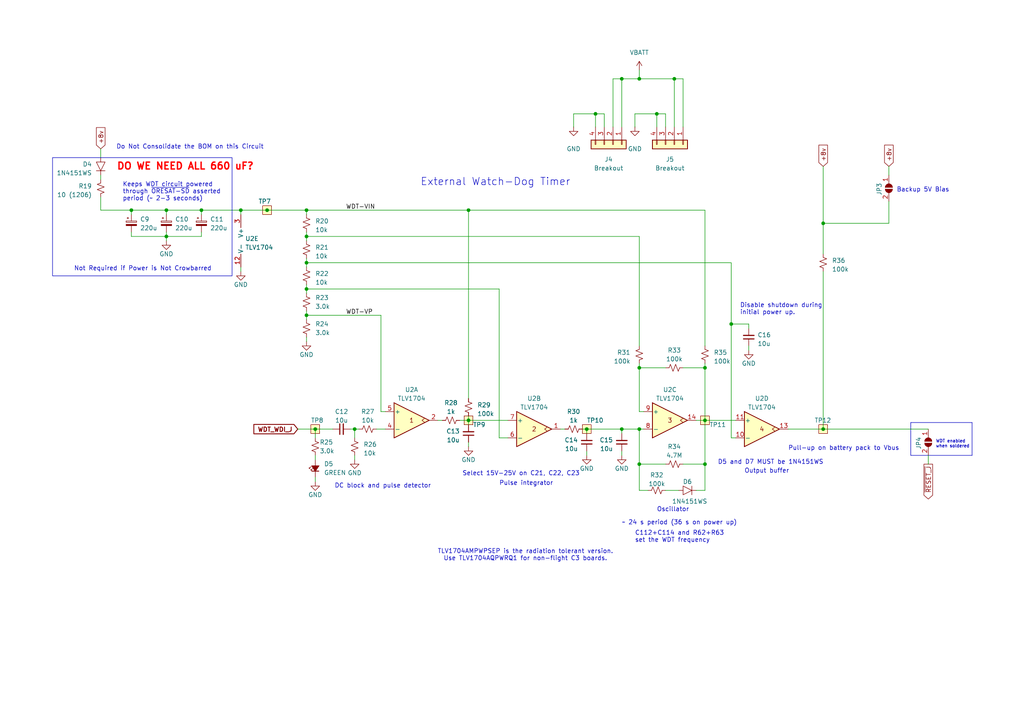
<source format=kicad_sch>
(kicad_sch (version 20231120) (generator "eeschema") (generator_version "8.0")
  (paper "A4")
  (title_block (title "J_watchdog"))
  (junction (at 135.89 60.96))
  (junction (at 172.72 33.02))
  (junction (at 69.85 60.96))
  (junction (at 185.42 106.68))
  (junction (at 102.87 124.46))
  (junction (at 88.9 83.82))
  (junction (at 190.5 33.02))
  (junction (at 88.9 60.96))
  (junction (at 48.26 60.96))
  (junction (at 88.9 76.2))
  (junction (at 185.42 124.46))
  (junction (at 77.47 60.96))
  (junction (at 58.42 60.96))
  (junction (at 135.89 121.92))
  (junction (at 212.09 93.98))
  (junction (at 180.34 22.86))
  (junction (at 238.76 124.46))
  (junction (at 204.47 106.68))
  (junction (at 195.58 22.86))
  (junction (at 88.9 91.44))
  (junction (at 88.9 68.58))
  (junction (at 180.34 124.46))
  (junction (at 38.1 60.96))
  (junction (at 204.47 134.62))
  (junction (at 204.47 121.92))
  (junction (at 170.18 124.46))
  (junction (at 91.44 124.46))
  (junction (at 185.42 22.86))
  (junction (at 238.76 64.77))
  (junction (at 185.42 134.62))
  (junction (at 48.26 68.58))
  (wire (pts (xy 127 121.92) (xy 128.27 121.92)))
  (wire (pts (xy 166.37 33.02) (xy 166.37 36.83)))
  (wire (pts (xy 184.15 33.02) (xy 184.15 36.83)))
  (polyline (pts (xy 264.16 132.08) (xy 264.16 122.555)))
  (wire (pts (xy 204.47 100.33) (xy 204.47 60.96)))
  (wire (pts (xy 48.26 60.96) (xy 48.26 62.23)))
  (wire (pts (xy 58.42 62.23) (xy 58.42 60.96)))
  (wire (pts (xy 269.24 132.08) (xy 269.24 134.62)))
  (wire (pts (xy 193.04 142.24) (xy 196.85 142.24)))
  (wire (pts (xy 88.9 76.2) (xy 212.09 76.2)))
  (polyline (pts (xy 264.16 122.555) (xy 281.94 122.555)))
  (wire (pts (xy 88.9 97.79) (xy 88.9 99.06)))
  (wire (pts (xy 38.1 60.96) (xy 48.26 60.96)))
  (wire (pts (xy 238.76 64.77) (xy 238.76 73.66)))
  (wire (pts (xy 198.12 134.62) (xy 204.47 134.62)))
  (wire (pts (xy 48.26 68.58) (xy 48.26 69.85)))
  (wire (pts (xy 204.47 134.62) (xy 204.47 121.92)))
  (wire (pts (xy 190.5 36.83) (xy 190.5 33.02)))
  (wire (pts (xy 180.34 124.46) (xy 185.42 124.46)))
  (wire (pts (xy 257.81 58.42) (xy 257.81 64.77)))
  (wire (pts (xy 238.76 124.46) (xy 269.24 124.46)))
  (wire (pts (xy 180.34 125.73) (xy 180.34 124.46)))
  (wire (pts (xy 109.22 124.46) (xy 111.76 124.46)))
  (wire (pts (xy 172.72 33.02) (xy 175.26 33.02)))
  (wire (pts (xy 201.93 142.24) (xy 204.47 142.24)))
  (wire (pts (xy 29.21 60.96) (xy 38.1 60.96)))
  (wire (pts (xy 186.69 119.38) (xy 185.42 119.38)))
  (wire (pts (xy 29.21 50.8) (xy 29.21 52.07)))
  (wire (pts (xy 185.42 106.68) (xy 193.04 106.68)))
  (wire (pts (xy 195.58 22.86) (xy 185.42 22.86)))
  (wire (pts (xy 101.6 124.46) (xy 102.87 124.46)))
  (wire (pts (xy 91.44 127) (xy 91.44 124.46)))
  (wire (pts (xy 88.9 67.31) (xy 88.9 68.58)))
  (wire (pts (xy 110.49 119.38) (xy 111.76 119.38)))
  (wire (pts (xy 180.34 132.08) (xy 180.34 130.81)))
  (wire (pts (xy 48.26 60.96) (xy 58.42 60.96)))
  (wire (pts (xy 195.58 36.83) (xy 195.58 22.86)))
  (wire (pts (xy 185.42 124.46) (xy 186.69 124.46)))
  (wire (pts (xy 88.9 83.82) (xy 144.78 83.82)))
  (wire (pts (xy 69.85 62.23) (xy 69.85 60.96)))
  (wire (pts (xy 91.44 124.46) (xy 96.52 124.46)))
  (wire (pts (xy 144.78 127) (xy 147.32 127)))
  (wire (pts (xy 110.49 91.44) (xy 110.49 119.38)))
  (wire (pts (xy 238.76 48.26) (xy 238.76 64.77)))
  (wire (pts (xy 170.18 124.46) (xy 180.34 124.46)))
  (wire (pts (xy 38.1 60.96) (xy 38.1 62.23)))
  (wire (pts (xy 198.12 36.83) (xy 198.12 22.86)))
  (wire (pts (xy 172.72 36.83) (xy 172.72 33.02)))
  (wire (pts (xy 91.44 139.7) (xy 91.44 138.43)))
  (wire (pts (xy 212.09 93.98) (xy 212.09 127)))
  (wire (pts (xy 185.42 119.38) (xy 185.42 106.68)))
  (wire (pts (xy 88.9 82.55) (xy 88.9 83.82)))
  (wire (pts (xy 133.35 121.92) (xy 135.89 121.92)))
  (wire (pts (xy 135.89 121.92) (xy 135.89 120.65)))
  (wire (pts (xy 180.34 22.86) (xy 180.34 36.83)))
  (wire (pts (xy 185.42 100.33) (xy 185.42 68.58)))
  (wire (pts (xy 177.8 36.83) (xy 177.8 22.86)))
  (wire (pts (xy 135.89 129.54) (xy 135.89 128.27)))
  (wire (pts (xy 212.09 93.98) (xy 217.17 93.98)))
  (wire (pts (xy 102.87 132.08) (xy 102.87 133.35)))
  (wire (pts (xy 29.21 57.15) (xy 29.21 60.96)))
  (wire (pts (xy 48.26 68.58) (xy 58.42 68.58)))
  (wire (pts (xy 58.42 60.96) (xy 69.85 60.96)))
  (wire (pts (xy 185.42 142.24) (xy 185.42 134.62)))
  (wire (pts (xy 185.42 105.41) (xy 185.42 106.68)))
  (wire (pts (xy 217.17 101.6) (xy 217.17 100.33)))
  (wire (pts (xy 88.9 68.58) (xy 185.42 68.58)))
  (wire (pts (xy 190.5 33.02) (xy 193.04 33.02)))
  (wire (pts (xy 88.9 62.23) (xy 88.9 60.96)))
  (wire (pts (xy 88.9 90.17) (xy 88.9 91.44)))
  (wire (pts (xy 144.78 83.82) (xy 144.78 127)))
  (wire (pts (xy 185.42 22.86) (xy 185.42 20.32)))
  (polyline (pts (xy 281.94 122.555) (xy 281.94 132.08)))
  (wire (pts (xy 204.47 106.68) (xy 204.47 121.92)))
  (wire (pts (xy 69.85 60.96) (xy 77.47 60.96)))
  (wire (pts (xy 238.76 78.74) (xy 238.76 124.46)))
  (wire (pts (xy 204.47 121.92) (xy 213.36 121.92)))
  (wire (pts (xy 172.72 33.02) (xy 166.37 33.02)))
  (wire (pts (xy 69.85 78.74) (xy 69.85 77.47)))
  (wire (pts (xy 198.12 22.86) (xy 195.58 22.86)))
  (wire (pts (xy 204.47 105.41) (xy 204.47 106.68)))
  (wire (pts (xy 48.26 68.58) (xy 38.1 68.58)))
  (wire (pts (xy 135.89 60.96) (xy 88.9 60.96)))
  (wire (pts (xy 88.9 91.44) (xy 110.49 91.44)))
  (wire (pts (xy 29.21 43.18) (xy 29.21 45.72)))
  (wire (pts (xy 185.42 134.62) (xy 185.42 124.46)))
  (wire (pts (xy 170.18 124.46) (xy 170.18 125.73)))
  (wire (pts (xy 135.89 121.92) (xy 147.32 121.92)))
  (wire (pts (xy 88.9 76.2) (xy 88.9 77.47)))
  (wire (pts (xy 257.81 48.26) (xy 257.81 50.8)))
  (wire (pts (xy 190.5 33.02) (xy 184.15 33.02)))
  (wire (pts (xy 217.17 95.25) (xy 217.17 93.98)))
  (wire (pts (xy 198.12 106.68) (xy 204.47 106.68)))
  (wire (pts (xy 185.42 142.24) (xy 187.96 142.24)))
  (wire (pts (xy 102.87 124.46) (xy 102.87 127)))
  (wire (pts (xy 102.87 124.46) (xy 104.14 124.46)))
  (wire (pts (xy 170.18 132.08) (xy 170.18 130.81)))
  (wire (pts (xy 48.26 67.31) (xy 48.26 68.58)))
  (wire (pts (xy 162.56 124.46) (xy 163.83 124.46)))
  (polyline (pts (xy 281.94 132.08) (xy 264.16 132.08)))
  (wire (pts (xy 38.1 67.31) (xy 38.1 68.58)))
  (wire (pts (xy 91.44 132.08) (xy 91.44 133.35)))
  (wire (pts (xy 212.09 76.2) (xy 212.09 93.98)))
  (wire (pts (xy 177.8 22.86) (xy 180.34 22.86)))
  (wire (pts (xy 88.9 68.58) (xy 88.9 69.85)))
  (wire (pts (xy 175.26 33.02) (xy 175.26 36.83)))
  (wire (pts (xy 257.81 64.77) (xy 238.76 64.77)))
  (wire (pts (xy 180.34 22.86) (xy 185.42 22.86)))
  (wire (pts (xy 88.9 91.44) (xy 88.9 92.71)))
  (wire (pts (xy 193.04 134.62) (xy 185.42 134.62)))
  (wire (pts (xy 204.47 142.24) (xy 204.47 134.62)))
  (wire (pts (xy 168.91 124.46) (xy 170.18 124.46)))
  (wire (pts (xy 58.42 67.31) (xy 58.42 68.58)))
  (wire (pts (xy 135.89 60.96) (xy 204.47 60.96)))
  (wire (pts (xy 88.9 83.82) (xy 88.9 85.09)))
  (wire (pts (xy 135.89 60.96) (xy 135.89 115.57)))
  (wire (pts (xy 228.6 124.46) (xy 238.76 124.46)))
  (wire (pts (xy 86.36 124.46) (xy 91.44 124.46)))
  (wire (pts (xy 88.9 74.93) (xy 88.9 76.2)))
  (wire (pts (xy 193.04 33.02) (xy 193.04 36.83)))
  (wire (pts (xy 77.47 60.96) (xy 88.9 60.96)))
  (wire (pts (xy 212.09 127) (xy 213.36 127)))
  (wire (pts (xy 201.93 121.92) (xy 204.47 121.92)))
  (wire (pts (xy 135.89 121.92) (xy 135.89 123.19)))
  (rectangle (start 15.24 45.72) (end 67.31 80.01))
  (text "Disable shutdown during\ninitial power up." (at 214.63 91.44 0) (effects (font (size 1.27 1.27)) (justify left bottom)))
  (text "DO WE NEED ALL 660 uF?" (at 33.782 49.53 0) (effects (font (size 2 2) (thickness 0.4) (bold yes)) (justify left bottom)))
  (text "Pull-up on battery pack to Vbus" (at 228.6 130.81 0) (effects (font (size 1.27 1.27)) (justify left bottom)))
  (text "TLV1704AMPWPSEP is the radiation tolerant version.\nUse TLV1704AQPWRQ1 for non-flight C3 boards." (at 152.4 161.036 0) (effects (font (size 1.27 1.27))))
  (text "External Watch-Dog Timer" (at 121.92 54.102 0) (effects (font (size 2.159 2.159)) (justify left bottom)))
  (text "DC block and pulse detector" (at 97.028 141.732 0) (effects (font (size 1.27 1.27)) (justify left bottom)))
  (text "Backup 5V Bias" (at 267.716 55.118 0) (effects (font (size 1.27 1.27))))
  (text "Oscillator" (at 190.5 148.59 0) (effects (font (size 1.27 1.27)) (justify left bottom)))
  (text "~ 24 s period (36 s on power up)" (at 180.34 152.4 0) (effects (font (size 1.27 1.27)) (justify left bottom)))
  (text "Pulse integrator" (at 144.78 140.97 0) (effects (font (size 1.27 1.27)) (justify left bottom)))
  (text "Keeps WDT circuit powered\nthrough ~{ORESAT-SD} asserted\nperiod (~ 2-3 seconds)" (at 35.56 58.42 0) (effects (font (size 1.27 1.27)) (justify left bottom)))
  (text "C112+C114 and R62+R63 \nset the WDT frequency" (at 184.15 157.48 0) (effects (font (size 1.27 1.27)) (justify left bottom)))
  (text "Select 15V-25V on C21, C22, C23" (at 151.13 137.414 0) (effects (font (size 1.27 1.27))))
  (text "Do Not Consolidate the BOM on this Circuit" (at 55.118 42.672 0) (effects (font (size 1.27 1.27))))
  (text "D5 and D7 MUST be 1N4151WS" (at 223.52 134.112 0) (effects (font (size 1.27 1.27))))
  (text "Not Required if Power is Not Crowbarred " (at 41.91 77.978 0) (effects (font (size 1.27 1.27))))
  (text "WDT enabled\nwhen soldered" (at 271.399 130.048 0) (effects (font (size 0.889 0.889)) (justify left bottom)))
  (text "Output buffer" (at 215.9 137.414 0) (effects (font (size 1.27 1.27)) (justify left bottom)))
  (label "WDT-VP" (at 100.33 91.44 0))
  (label "WDT-VIN" (at 100.33 60.96 0))
  (global_label "WDT_WDI_J" (shape input) (at 86.36 124.46 180) (effects (font (thickness 0.254) (bold yes))) (property "Intersheetrefs" "${INTERSHEET_REFS}" (effects (hide yes))))
  (global_label "+8v" (shape input) (at 257.81 48.26 90) (property "Intersheetrefs" "${INTERSHEET_REFS}" (effects (hide yes))))
  (global_label "+8v" (shape input) (at 29.21 43.18 90) (property "Intersheetrefs" "${INTERSHEET_REFS}" (effects (hide yes))))
  (global_label "+8v" (shape input) (at 238.76 48.26 90) (property "Intersheetrefs" "${INTERSHEET_REFS}" (effects (hide yes))))
  (global_label "~{RESET_J}" (shape output) (at 269.24 134.62 270) (property "Intersheetrefs" "${INTERSHEET_REFS}" (effects (hide yes))))
  (symbol (lib_id "Device:C_Small") (at 180.34 128.27 0) (mirror x) (unit 1)
    (property "Reference" "C7" (at 177.8 127.6286 0) (effects (justify right)))
    (property "Value" "10u" (at 177.8 130.1686 0) (effects (justify right)))
    (property "Footprint" "Capacitor_SMD:C_0603_1608Metric" (effects (hide yes)))
    (property "Description" "10 µF ±10% 16V Ceramic Capacitor X5R 0603 (1608 Metric)" (effects (hide yes)))
    (property "DPN" "490-12317-1-ND" (effects (hide yes)))
    (property "DST" "Digi-Key" (effects (hide yes)))
    (property "MFR" "Murata" (effects (hide yes)))
    (property "MPN" "GRT188R61C106KE13D" (effects (hide yes)))
    (instances (project "EPS_Scales_RevA" (path "" (reference "C15") (unit 1)) (path "" (reference "C7") (unit 1)) (path "" (reference "C23") (unit 1))))
  )
  (symbol (lib_id "Device:R_Small_US") (at 130.81 121.92 90) (unit 1)
    (property "Reference" "R10" (at 130.81 116.84 90))
    (property "Value" "1k" (at 130.81 119.38 90))
    (property "Footprint" "Resistor_SMD:R_0603_1608Metric" (effects (hide yes)))
    (property "Description" "1 kOhms ±1% 0.1W, 1/10W Chip Resistor 0603 (1608 Metric) Automotive AEC-Q200 Thick Film" (effects (hide yes)))
    (property "DPN" "RMCF0603FT1K00CT-ND" (effects (hide yes)))
    (property "DST" "Digi-Key" (effects (hide yes)))
    (property "MFR" "Stackpole Electronics Inc" (effects (hide yes)))
    (property "MPN" "RMCF0603FT1K00" (effects (hide yes)))
    (instances (project "EPS_Scales_RevA" (path "" (reference "R28") (unit 1)) (path "" (reference "R10") (unit 1)) (path "" (reference "R46") (unit 1))))
  )
  (symbol (lib_id "power:GND") (at 69.85 78.74 0) (mirror y) (unit 1)
    (property "Reference" "#PWR03" (effects (hide yes)))
    (property "Value" "GND" (at 69.85 82.55 0))
    (property "Description" "Power symbol creates a global label with name \"GND\" , ground" (effects (hide yes)))
    (instances (project "EPS_Scales_RevA" (path "" (reference "#PWR014") (unit 1)) (path "" (reference "#PWR03") (unit 1)) (path "" (reference "#PWR026") (unit 1))))
  )
  (symbol (lib_id "Device:R_Small_US") (at 185.42 102.87 0) (mirror x) (unit 1)
    (property "Reference" "R13" (at 182.88 102.235 0) (effects (justify right)))
    (property "Value" "100k" (at 182.88 104.775 0) (effects (justify right)))
    (property "Footprint" "Resistor_SMD:R_0603_1608Metric" (effects (hide yes)))
    (property "Description" "100 kOhms ±5% 0.1W, 1/10W Chip Resistor 0603 (1608 Metric) Automotive AEC-Q200 Thick Film" (effects (hide yes)))
    (property "DPN" "RMCF0603FT100KCT-ND" (effects (hide yes)))
    (property "DST" "Digi-Key" (effects (hide yes)))
    (property "MFR" "Stackpole Electronics Inc" (effects (hide yes)))
    (property "MPN" "RMCF0603FT100K" (effects (hide yes)))
    (instances (project "EPS_Scales_RevA" (path "" (reference "R31") (unit 1)) (path "" (reference "R13") (unit 1)) (path "" (reference "R49") (unit 1))))
  )
  (symbol (lib_id "power:GND") (at 88.9 99.06 0) (unit 1)
    (property "Reference" "#PWR04" (effects (hide yes)))
    (property "Value" "GND" (at 88.9 102.87 0))
    (property "Description" "Power symbol creates a global label with name \"GND\" , ground" (effects (hide yes)))
    (instances (project "EPS_Scales_RevA" (path "" (reference "#PWR015") (unit 1)) (path "" (reference "#PWR04") (unit 1)) (path "" (reference "#PWR027") (unit 1))))
  )
  (symbol (lib_id "Device:R_Small_US") (at 102.87 129.54 0) (unit 1)
    (property "Reference" "R8" (at 105.41 128.905 0) (effects (justify left)))
    (property "Value" "10k" (at 105.41 131.445 0) (effects (justify left)))
    (property "Footprint" "Resistor_SMD:R_0603_1608Metric" (effects (hide yes)))
    (property "Description" "10 kOhms ±1% 0.1W, 1/10W Chip Resistor 0603 (1608 Metric) Automotive AEC-Q200 Thick Film" (effects (hide yes)))
    (property "DPN" "RMCF0603FT10K0CT-ND" (effects (hide yes)))
    (property "DST" "Digi-Key" (effects (hide yes)))
    (property "MFR" "Stackpole Electronics Inc" (effects (hide yes)))
    (property "MPN" "RMCF0603FT10K0" (effects (hide yes)))
    (instances (project "EPS_Scales_RevA" (path "" (reference "R26") (unit 1)) (path "" (reference "R8") (unit 1)) (path "" (reference "R44") (unit 1))))
  )
  (symbol (lib_id "Device:C_Polarized_Small") (at 58.42 64.77 0) (unit 1)
    (property "Reference" "C3" (at 60.96 63.5889 0) (effects (justify left)))
    (property "Value" "220u" (at 60.96 66.1289 0) (effects (justify left)))
    (property "Footprint" "Capacitor_Tantalum_SMD:CP_EIA-7361-38_AVX-V" (effects (hide yes)))
    (property "Description" "220µF Molded Tantalum Capacitors 16V 2917 (7343 Metric) 100mOhm @ 100kHz" (effects (hide yes)))
    (property "DPN" "478-12518-2-ND" (effects (hide yes)))
    (property "DST" "Digi-Key" (effects (hide yes)))
    (property "MFR" "Kyocera AVX" (effects (hide yes)))
    (property "MPN" "TCN4227M025R0100" (effects (hide yes)))
    (instances (project "EPS_Scales_RevA" (path "" (reference "C11") (unit 1)) (path "" (reference "C3") (unit 1)) (path "" (reference "C19") (unit 1))))
  )
  (symbol (lib_id "power:GND") (at 102.87 133.35 0) (unit 1)
    (property "Reference" "#PWR06" (effects (hide yes)))
    (property "Value" "GND" (at 102.87 137.16 0))
    (property "Description" "Power symbol creates a global label with name \"GND\" , ground" (effects (hide yes)))
    (instances (project "EPS_Scales_RevA" (path "" (reference "#PWR017") (unit 1)) (path "" (reference "#PWR06") (unit 1)) (path "" (reference "#PWR029") (unit 1))))
  )
  (symbol (lib_id "Device:R_Small_US") (at 88.9 95.25 0) (unit 1)
    (property "Reference" "R6" (at 91.44 93.98 0) (effects (justify left)))
    (property "Value" "3.0k" (at 91.44 96.52 0) (effects (justify left)))
    (property "Footprint" "Resistor_SMD:R_0603_1608Metric" (effects (hide yes)))
    (property "Description" "3 kOhms ±1% 0.1W, 1/10W Chip Resistor 0603 (1608 Metric) Automotive AEC-Q200 Thick Film" (effects (hide yes)))
    (property "DPN" "RMCF0603FT3K00CT-ND" (effects (hide yes)))
    (property "DST" "Digi-Key" (effects (hide yes)))
    (property "MFR" "Stackpole Electronics Inc" (effects (hide yes)))
    (property "MPN" "RMCF0603FT3K00" (effects (hide yes)))
    (instances (project "EPS_Scales_RevA" (path "" (reference "R24") (unit 1)) (path "" (reference "R6") (unit 1)) (path "" (reference "R42") (unit 1))))
  )
  (symbol (lib_id "Device:R_Small_US") (at 91.44 129.54 0) (unit 1)
    (property "Reference" "R7" (at 92.71 128.27 0) (effects (justify left)))
    (property "Value" "3.0k" (at 92.71 130.81 0) (effects (justify left)))
    (property "Footprint" "Resistor_SMD:R_0603_1608Metric" (effects (hide yes)))
    (property "Description" "3 kOhms ±1% 0.1W, 1/10W Chip Resistor 0603 (1608 Metric) Automotive AEC-Q200 Thick Film" (effects (hide yes)))
    (property "DPN" "RMCF0603FT3K00CT-ND" (effects (hide yes)))
    (property "DST" "Digi-Key" (effects (hide yes)))
    (property "MFR" "Stackpole Electronics Inc" (effects (hide yes)))
    (property "MPN" "RMCF0603FT3K00" (effects (hide yes)))
    (instances (project "EPS_Scales_RevA" (path "" (reference "R25") (unit 1)) (path "" (reference "R7") (unit 1)) (path "" (reference "R43") (unit 1))))
  )
  (symbol (lib_id "Device:R_Small_US") (at 166.37 124.46 90) (unit 1)
    (property "Reference" "R12" (at 166.37 119.38 90))
    (property "Value" "1k" (at 166.37 121.92 90))
    (property "Footprint" "Resistor_SMD:R_0603_1608Metric" (effects (hide yes)))
    (property "Description" "1 kOhms ±1% 0.1W, 1/10W Chip Resistor 0603 (1608 Metric) Automotive AEC-Q200 Thick Film" (effects (hide yes)))
    (property "DPN" "RMCF0603FT1K00CT-ND" (effects (hide yes)))
    (property "DST" "Digi-Key" (effects (hide yes)))
    (property "MFR" "Stackpole Electronics Inc" (effects (hide yes)))
    (property "MPN" "RMCF0603FT1K00" (effects (hide yes)))
    (instances (project "EPS_Scales_RevA" (path "" (reference "R30") (unit 1)) (path "" (reference "R12") (unit 1)) (path "" (reference "R48") (unit 1))))
  )
  (symbol (lib_id "Device:R_Small_US") (at 204.47 102.87 180) (unit 1)
    (property "Reference" "R17" (at 207.01 102.235 0) (effects (justify right)))
    (property "Value" "100k" (at 207.01 104.775 0) (effects (justify right)))
    (property "Footprint" "Resistor_SMD:R_0603_1608Metric" (effects (hide yes)))
    (property "Description" "100 kOhms ±5% 0.1W, 1/10W Chip Resistor 0603 (1608 Metric) Automotive AEC-Q200 Thick Film" (effects (hide yes)))
    (property "DPN" "RMCF0603FT100KCT-ND" (effects (hide yes)))
    (property "DST" "Digi-Key" (effects (hide yes)))
    (property "MFR" "Stackpole Electronics Inc" (effects (hide yes)))
    (property "MPN" "RMCF0603FT100K" (effects (hide yes)))
    (instances (project "EPS_Scales_RevA" (path "" (reference "R35") (unit 1)) (path "" (reference "R17") (unit 1)) (path "" (reference "R53") (unit 1))))
  )
  (symbol (lib_name "TLV1704AIPWR_1") (lib_id "oresat-ics:TLV1704AIPWR") (at 119.38 121.92 0) (unit 1)
    (property "Reference" "U1" (at 119.38 113.03 0))
    (property "Value" "TLV1704" (at 119.38 115.57 0))
    (property "Footprint" "Package_SO:TSSOP-14_4.4x5mm_P0.65mm" (effects (hide yes)))
    (property "Datasheet" "https://www.ti.com/lit/ds/symlink/tlv1704-sep.pdf" (effects (hide yes)))
    (property "Description" "Analog Comparators 2.2-V to 36-V, radiation tolerant microPower quad comparator in space enhanced plastic 14-TSSOP -55 to 125" (effects (hide yes)))
    (property "MFR" "Texas Instruments" (effects (hide yes)))
    (property "MPN" "TLV1704AQPWRQ1" (effects (hide yes)))
    (property "DST" "Digi-Key" (effects (hide yes)))
    (property "DPN" "296-43799-2-ND" (effects (hide yes)))
    (instances (project "EPS_Scales_RevA" (path "" (reference "U2") (unit 1)) (path "" (reference "U1") (unit 1)) (path "" (reference "U3") (unit 1))))
  )
  (symbol (lib_id "Device:R_Small_US") (at 195.58 106.68 90) (unit 1)
    (property "Reference" "R15" (at 195.58 101.6 90))
    (property "Value" "100k" (at 195.58 104.14 90))
    (property "Footprint" "Resistor_SMD:R_0603_1608Metric" (effects (hide yes)))
    (property "Description" "100 kOhms ±5% 0.1W, 1/10W Chip Resistor 0603 (1608 Metric) Automotive AEC-Q200 Thick Film" (effects (hide yes)))
    (property "DPN" "RMCF0603FT100KCT-ND" (effects (hide yes)))
    (property "DST" "Digi-Key" (effects (hide yes)))
    (property "MFR" "Stackpole Electronics Inc" (effects (hide yes)))
    (property "MPN" "RMCF0603FT100K" (effects (hide yes)))
    (instances (project "EPS_Scales_RevA" (path "" (reference "R33") (unit 1)) (path "" (reference "R15") (unit 1)) (path "" (reference "R51") (unit 1))))
  )
  (symbol (lib_id "Device:R_Small_US") (at 29.21 54.61 0) (mirror y) (unit 1)
    (property "Reference" "R1" (at 26.67 53.975 0) (effects (justify left)))
    (property "Value" "10 (1206)" (at 26.67 56.515 0) (effects (justify left)))
    (property "Footprint" "Resistor_SMD:R_1206_3216Metric" (effects (hide yes)))
    (property "Description" "10 Ohms ±1% 0.5W, 1/2W Chip Resistor 1206 (3216 Metric) Automotive AEC-Q200, Pulse Withstanding Thick Film" (effects (hide yes)))
    (property "DPN" "RHM10.0AFCT-ND" (effects (hide yes)))
    (property "DST" "Digi-Key" (effects (hide yes)))
    (property "MFR" "Rohm Semiconductor" (effects (hide yes)))
    (property "MPN" "ESR18EZPF10R0" (effects (hide yes)))
    (instances (project "EPS_Scales_RevA" (path "" (reference "R19") (unit 1)) (path "" (reference "R1") (unit 1)) (path "" (reference "R37") (unit 1))))
  )
  (symbol (lib_id "Device:C_Polarized_Small") (at 38.1 64.77 0) (unit 1)
    (property "Reference" "C1" (at 40.64 63.5889 0) (effects (justify left)))
    (property "Value" "220u" (at 40.64 66.1289 0) (effects (justify left)))
    (property "Footprint" "Capacitor_Tantalum_SMD:CP_EIA-7361-38_AVX-V" (effects (hide yes)))
    (property "Description" "220µF Molded Tantalum Capacitors 25V 2924 (7361 Metric) 100mOhm @ 100kHz" (effects (hide yes)))
    (property "DPN" "478-12518-2-ND" (effects (hide yes)))
    (property "DST" "Digi-Key" (effects (hide yes)))
    (property "MFR" "Kyocera AVX" (effects (hide yes)))
    (property "MPN" "TCN4227M025R0100" (effects (hide yes)))
    (instances (project "EPS_Scales_RevA" (path "" (reference "C9") (unit 1)) (path "" (reference "C1") (unit 1)) (path "" (reference "C17") (unit 1))))
  )
  (symbol (lib_id "Device:R_Small_US") (at 238.76 76.2 180) (unit 1)
    (property "Reference" "R18" (at 241.3 75.565 0) (effects (justify right)))
    (property "Value" "100k" (at 241.3 78.105 0) (effects (justify right)))
    (property "Footprint" "Resistor_SMD:R_0603_1608Metric" (effects (hide yes)))
    (property "Description" "100 kOhms ±5% 0.1W, 1/10W Chip Resistor 0603 (1608 Metric) Automotive AEC-Q200 Thick Film" (effects (hide yes)))
    (property "DPN" "RMCF0603FT100KCT-ND" (effects (hide yes)))
    (property "DST" "Digi-Key" (effects (hide yes)))
    (property "MFR" "Stackpole Electronics Inc" (effects (hide yes)))
    (property "MPN" "RMCF0603FT100K" (effects (hide yes)))
    (instances (project "EPS_Scales_RevA" (path "" (reference "R36") (unit 1)) (path "" (reference "R18") (unit 1)) (path "" (reference "R54") (unit 1))))
  )
  (symbol (lib_id "Device:C_Small") (at 217.17 97.79 180) (unit 1)
    (property "Reference" "C8" (at 219.71 97.1486 0) (effects (justify right)))
    (property "Value" "10u" (at 219.71 99.6886 0) (effects (justify right)))
    (property "Footprint" "Capacitor_SMD:C_0603_1608Metric" (effects (hide yes)))
    (property "Description" "10 µF ±10% 16V Ceramic Capacitor X5R 0603 (1608 Metric)" (effects (hide yes)))
    (property "DPN" "490-12317-1-ND" (effects (hide yes)))
    (property "DST" "Digi-Key" (effects (hide yes)))
    (property "MFR" "Murata" (effects (hide yes)))
    (property "MPN" "GRT188R61C106KE13D" (effects (hide yes)))
    (instances (project "EPS_Scales_RevA" (path "" (reference "C16") (unit 1)) (path "" (reference "C8") (unit 1)) (path "" (reference "C24") (unit 1))))
  )
  (symbol (lib_id "oresat-diodes:1N4151WS-HE3") (at 199.39 142.24 0) (unit 1)
    (property "Reference" "D3" (at 199.39 139.7 0))
    (property "Value" "1N4151WS" (at 200.025 145.415 0))
    (property "Footprint" "Diode_SMD:D_SOD-323" (effects (hide yes)))
    (property "Datasheet" "https://www.vishay.com/docs/85847/1n4151ws.pdf" (effects (hide yes)))
    (property "Description" "Diode Standard 50V 150mA Surface Mount SOD-323" (effects (hide yes)))
    (property "DPN" "112-1N4151WS-E3-08CT-ND" (effects (hide yes)))
    (property "DST" "Digi-Key" (effects (hide yes)))
    (property "MFR" "Vishay" (effects (hide yes)))
    (property "MPN" "1N4151WS-E3-08" (effects (hide yes)))
    (instances (project "EPS_Scales_RevA" (path "" (reference "D6") (unit 1)) (path "" (reference "D3") (unit 1)) (path "" (reference "D9") (unit 1))))
  )
  (symbol (lib_id "power:GND") (at 91.44 139.7 0) (unit 1)
    (property "Reference" "#PWR05" (effects (hide yes)))
    (property "Value" "GND" (at 91.44 143.51 0))
    (property "Description" "Power symbol creates a global label with name \"GND\" , ground" (effects (hide yes)))
    (instances (project "EPS_Scales_RevA" (path "" (reference "#PWR016") (unit 1)) (path "" (reference "#PWR05") (unit 1)) (path "" (reference "#PWR028") (unit 1))))
  )
  (symbol (lib_name "GND_1") (lib_id "power:GND") (at 166.37 36.83 0) (unit 1)
    (property "Reference" "#PWR08" (effects (hide yes)))
    (property "Value" "GND" (at 166.37 43.18 0))
    (property "Description" "Power symbol creates a global label with name \"GND\" , ground" (effects (hide yes)))
    (instances (project "EPS_Scales_RevA" (path "" (reference "#PWR019") (unit 1)) (path "" (reference "#PWR08") (unit 1)) (path "" (reference "#PWR031") (unit 1))))
  )
  (symbol (lib_id "oresat-misc:Test-Point-0.75mm-th") (at 204.47 121.92 0) (unit 1) (exclude_from_sim yes) (in_bom no)
    (property "Reference" "TP5" (at 205.74 123.19 0) (effects (justify left)))
    (property "Value" "TestPoint-MinTH" (effects (hide yes)))
    (property "Footprint" "oresat-misc:TestPoint-0.75mm-th" (effects (hide yes)))
    (property "Description" "0.75 mm TH test point; good for scope probes and jumpers" (effects (hide yes)))
    (instances (project "EPS_Scales_RevA" (path "" (reference "TP11") (unit 1)) (path "" (reference "TP5") (unit 1)) (path "" (reference "TP17") (unit 1))))
  )
  (symbol (lib_id "power:GND") (at 135.89 129.54 0) (unit 1)
    (property "Reference" "#PWR07" (effects (hide yes)))
    (property "Value" "GND" (at 135.89 133.35 0))
    (property "Description" "Power symbol creates a global label with name \"GND\" , ground" (effects (hide yes)))
    (instances (project "EPS_Scales_RevA" (path "" (reference "#PWR018") (unit 1)) (path "" (reference "#PWR07") (unit 1)) (path "" (reference "#PWR030") (unit 1))))
  )
  (symbol (lib_id "oresat-diodes:1N4151WS-HE3") (at 29.21 48.26 90) (mirror x) (unit 1)
    (property "Reference" "D1" (at 26.67 47.625 90) (effects (justify left)))
    (property "Value" "1N4151WS" (at 26.67 50.165 90) (effects (justify left)))
    (property "Footprint" "Diode_SMD:D_SOD-323" (effects (hide yes)))
    (property "Datasheet" "https://www.vishay.com/docs/85847/1n4151ws.pdf" (effects (hide yes)))
    (property "Description" "Diode Standard 50V 150mA Surface Mount SOD-323" (effects (hide yes)))
    (property "DPN" "112-1N4151WS-E3-08CT-ND" (effects (hide yes)))
    (property "DST" "Digi-Key" (effects (hide yes)))
    (property "MFR" "Vishay" (effects (hide yes)))
    (property "MPN" "1N4151WS-E3-08" (effects (hide yes)))
    (instances (project "EPS_Scales_RevA" (path "" (reference "D4") (unit 1)) (path "" (reference "D1") (unit 1)) (path "" (reference "D7") (unit 1))))
  )
  (symbol (lib_name "TLV1704AIPWR_3") (lib_id "oresat-ics:TLV1704AIPWR") (at 220.98 124.46 0) (unit 4)
    (property "Reference" "U1" (at 220.98 115.57 0))
    (property "Value" "TLV1704" (at 220.98 118.11 0))
    (property "Footprint" "Package_SO:TSSOP-14_4.4x5mm_P0.65mm" (effects (hide yes)))
    (property "Datasheet" "https://www.ti.com/lit/ds/symlink/tlv1704-sep.pdf" (effects (hide yes)))
    (property "Description" "Analog Comparators 2.2-V to 36-V, radiation tolerant microPower quad comparator in space enhanced plastic 14-TSSOP -55 to 125" (effects (hide yes)))
    (property "MFR" "Texas Instruments" (effects (hide yes)))
    (property "MPN" "TLV1704AQPWRQ1" (effects (hide yes)))
    (property "DST" "Digi-Key" (effects (hide yes)))
    (property "DPN" "296-43799-2-ND" (effects (hide yes)))
    (instances (project "EPS_Scales_RevA" (path "" (reference "U2") (unit 4)) (path "" (reference "U1") (unit 4)) (path "" (reference "U3") (unit 4))))
  )
  (symbol (lib_id "Device:R_Small_US") (at 135.89 118.11 0) (unit 1)
    (property "Reference" "R11" (at 138.43 117.475 0) (effects (justify left)))
    (property "Value" "100k" (at 138.43 120.015 0) (effects (justify left)))
    (property "Footprint" "Resistor_SMD:R_0603_1608Metric" (effects (hide yes)))
    (property "Description" "100 kOhms ±5% 0.1W, 1/10W Chip Resistor 0603 (1608 Metric) Automotive AEC-Q200 Thick Film" (effects (hide yes)))
    (property "DPN" "RMCF0603FT100KCT-ND" (effects (hide yes)))
    (property "DST" "Digi-Key" (effects (hide yes)))
    (property "MFR" "Stackpole Electronics Inc" (effects (hide yes)))
    (property "MPN" "RMCF0603FT100K" (effects (hide yes)))
    (instances (project "EPS_Scales_RevA" (path "" (reference "R29") (unit 1)) (path "" (reference "R11") (unit 1)) (path "" (reference "R47") (unit 1))))
  )
  (symbol (lib_id "Device:C_Small") (at 170.18 128.27 0) (mirror x) (unit 1)
    (property "Reference" "C6" (at 167.64 127.6286 0) (effects (justify right)))
    (property "Value" "10u" (at 167.64 130.1686 0) (effects (justify right)))
    (property "Footprint" "Capacitor_SMD:C_0603_1608Metric" (effects (hide yes)))
    (property "Description" "10 µF ±10% 16V Ceramic Capacitor X5R 0603 (1608 Metric)" (effects (hide yes)))
    (property "DPN" "490-12317-1-ND" (effects (hide yes)))
    (property "DST" "Digi-Key" (effects (hide yes)))
    (property "MFR" "Murata" (effects (hide yes)))
    (property "MPN" "GRT188R61C106KE13D" (effects (hide yes)))
    (instances (project "EPS_Scales_RevA" (path "" (reference "C14") (unit 1)) (path "" (reference "C6") (unit 1)) (path "" (reference "C22") (unit 1))))
  )
  (symbol (lib_id "Jumper:SolderJumper_2_Open") (at 257.81 54.61 270) (unit 1)
    (property "Reference" "JP1" (at 255.016 54.864 0))
    (property "Value" "SolderJumper_2_Open" (effects (hide yes)))
    (property "Footprint" "Jumper:SolderJumper-2_P1.3mm_Open_RoundedPad1.0x1.5mm" (effects (hide yes)))
    (instances (project "EPS_Scales_RevA" (path "" (reference "JP3") (unit 1)) (path "" (reference "JP1") (unit 1)) (path "" (reference "JP5") (unit 1))))
  )
  (symbol (lib_id "Device:R_Small_US") (at 88.9 80.01 0) (unit 1)
    (property "Reference" "R4" (at 91.44 79.375 0) (effects (justify left)))
    (property "Value" "10k" (at 91.44 81.915 0) (effects (justify left)))
    (property "Footprint" "Resistor_SMD:R_0603_1608Metric" (effects (hide yes)))
    (property "Description" "10 kOhms ±1% 0.1W, 1/10W Chip Resistor 0603 (1608 Metric) Automotive AEC-Q200 Thick Film" (effects (hide yes)))
    (property "DPN" "RMCF0603FT10K0CT-ND" (effects (hide yes)))
    (property "DST" "Digi-Key" (effects (hide yes)))
    (property "MFR" "Stackpole Electronics Inc" (effects (hide yes)))
    (property "MPN" "RMCF0603FT10K0" (effects (hide yes)))
    (instances (project "EPS_Scales_RevA" (path "" (reference "R22") (unit 1)) (path "" (reference "R4") (unit 1)) (path "" (reference "R40") (unit 1))))
  )
  (symbol (lib_id "oresat-misc:Test-Point-0.75mm-th") (at 91.44 124.46 0) (unit 1) (exclude_from_sim yes) (in_bom no)
    (property "Reference" "TP2" (at 90.17 121.92 0) (effects (justify left)))
    (property "Value" "TestPoint-MinTH" (effects (hide yes)))
    (property "Footprint" "oresat-misc:TestPoint-0.75mm-th" (effects (hide yes)))
    (property "Description" "0.75 mm TH test point; good for scope probes and jumpers" (effects (hide yes)))
    (instances (project "EPS_Scales_RevA" (path "" (reference "TP8") (unit 1)) (path "" (reference "TP2") (unit 1)) (path "" (reference "TP14") (unit 1))))
  )
  (symbol (lib_id "Device:R_Small_US") (at 88.9 72.39 0) (unit 1)
    (property "Reference" "R3" (at 91.44 71.755 0) (effects (justify left)))
    (property "Value" "10k" (at 91.44 74.295 0) (effects (justify left)))
    (property "Footprint" "Resistor_SMD:R_0603_1608Metric" (effects (hide yes)))
    (property "Description" "10 kOhms ±1% 0.1W, 1/10W Chip Resistor 0603 (1608 Metric) Automotive AEC-Q200 Thick Film" (effects (hide yes)))
    (property "DPN" "RMCF0603FT10K0CT-ND" (effects (hide yes)))
    (property "DST" "Digi-Key" (effects (hide yes)))
    (property "MFR" "Stackpole Electronics Inc" (effects (hide yes)))
    (property "MPN" "RMCF0603FT10K0" (effects (hide yes)))
    (instances (project "EPS_Scales_RevA" (path "" (reference "R21") (unit 1)) (path "" (reference "R3") (unit 1)) (path "" (reference "R39") (unit 1))))
  )
  (symbol (lib_id "power:GND") (at 48.26 69.85 0) (unit 1)
    (property "Reference" "#PWR02" (effects (hide yes)))
    (property "Value" "GND" (at 48.26 73.66 0))
    (property "Description" "Power symbol creates a global label with name \"GND\" , ground" (effects (hide yes)))
    (instances (project "EPS_Scales_RevA" (path "" (reference "#PWR01") (unit 1)) (path "" (reference "#PWR02") (unit 1)) (path "" (reference "#PWR025") (unit 1))))
  )
  (symbol (lib_id "power:GND") (at 180.34 132.08 0) (mirror y) (unit 1)
    (property "Reference" "#PWR010" (effects (hide yes)))
    (property "Value" "GND" (at 180.34 135.89 0))
    (property "Description" "Power symbol creates a global label with name \"GND\" , ground" (effects (hide yes)))
    (instances (project "EPS_Scales_RevA" (path "" (reference "#PWR021") (unit 1)) (path "" (reference "#PWR010") (unit 1)) (path "" (reference "#PWR033") (unit 1))))
  )
  (symbol (lib_id "Device:R_Small_US") (at 106.68 124.46 90) (unit 1)
    (property "Reference" "R9" (at 106.68 119.38 90))
    (property "Value" "10k" (at 106.68 121.92 90))
    (property "Footprint" "Resistor_SMD:R_0603_1608Metric" (effects (hide yes)))
    (property "Description" "10 kOhms ±1% 0.1W, 1/10W Chip Resistor 0603 (1608 Metric) Automotive AEC-Q200 Thick Film" (effects (hide yes)))
    (property "DPN" "RMCF0603FT10K0CT-ND" (effects (hide yes)))
    (property "DST" "Digi-Key" (effects (hide yes)))
    (property "MFR" "Stackpole Electronics Inc" (effects (hide yes)))
    (property "MPN" "RMCF0603FT10K0" (effects (hide yes)))
    (instances (project "EPS_Scales_RevA" (path "" (reference "R27") (unit 1)) (path "" (reference "R9") (unit 1)) (path "" (reference "R45") (unit 1))))
  )
  (symbol (lib_name "TLV1704AIPWR_4") (lib_id "oresat-ics:TLV1704AIPWR") (at 154.94 124.46 0) (unit 2)
    (property "Reference" "U1" (at 154.94 115.57 0))
    (property "Value" "TLV1704" (at 154.94 118.11 0))
    (property "Footprint" "Package_SO:TSSOP-14_4.4x5mm_P0.65mm" (effects (hide yes)))
    (property "Datasheet" "https://www.ti.com/lit/ds/symlink/tlv1704-sep.pdf" (effects (hide yes)))
    (property "Description" "Analog Comparators 2.2-V to 36-V, radiation tolerant microPower quad comparator in space enhanced plastic 14-TSSOP -55 to 125" (effects (hide yes)))
    (property "MFR" "Texas Instruments" (effects (hide yes)))
    (property "MPN" "TLV1704AQPWRQ1" (effects (hide yes)))
    (property "DST" "Digi-Key" (effects (hide yes)))
    (property "DPN" "296-43799-2-ND" (effects (hide yes)))
    (instances (project "EPS_Scales_RevA" (path "" (reference "U2") (unit 2)) (path "" (reference "U1") (unit 2)) (path "" (reference "U3") (unit 2))))
  )
  (symbol (lib_id "oresat-misc:Test-Point-0.75mm-th") (at 135.89 121.92 0) (unit 1) (exclude_from_sim yes) (in_bom no)
    (property "Reference" "TP3" (at 137.16 123.19 0) (effects (justify left)))
    (property "Value" "TestPoint-MinTH" (effects (hide yes)))
    (property "Footprint" "oresat-misc:TestPoint-0.75mm-th" (effects (hide yes)))
    (property "Description" "0.75 mm TH test point; good for scope probes and jumpers" (effects (hide yes)))
    (instances (project "EPS_Scales_RevA" (path "" (reference "TP9") (unit 1)) (path "" (reference "TP3") (unit 1)) (path "" (reference "TP15") (unit 1))))
  )
  (symbol (lib_id "Device:C_Small") (at 135.89 125.73 0) (mirror x) (unit 1)
    (property "Reference" "C5" (at 133.35 125.0886 0) (effects (justify right)))
    (property "Value" "10u" (at 133.35 127.6286 0) (effects (justify right)))
    (property "Footprint" "Capacitor_SMD:C_0603_1608Metric" (effects (hide yes)))
    (property "Description" "10 µF ±10% 16V Ceramic Capacitor X5R 0603 (1608 Metric)" (effects (hide yes)))
    (property "DPN" "490-12317-1-ND" (effects (hide yes)))
    (property "DST" "Digi-Key" (effects (hide yes)))
    (property "MFR" "Murata" (effects (hide yes)))
    (property "MPN" "GRT188R61C106KE13D" (effects (hide yes)))
    (instances (project "EPS_Scales_RevA" (path "" (reference "C13") (unit 1)) (path "" (reference "C5") (unit 1)) (path "" (reference "C21") (unit 1))))
  )
  (symbol (lib_id "oresat-misc:Test-Point-0.75mm-th") (at 170.18 124.46 0) (unit 1) (exclude_from_sim yes) (in_bom no)
    (property "Reference" "TP4" (at 170.18 121.92 0) (effects (justify left)))
    (property "Value" "TestPoint-MinTH" (effects (hide yes)))
    (property "Footprint" "oresat-misc:TestPoint-0.75mm-th" (effects (hide yes)))
    (property "Description" "0.75 mm TH test point; good for scope probes and jumpers" (effects (hide yes)))
    (instances (project "EPS_Scales_RevA" (path "" (reference "TP10") (unit 1)) (path "" (reference "TP4") (unit 1)) (path "" (reference "TP16") (unit 1))))
  )
  (symbol (lib_id "Device:LED_Small_Filled") (at 91.44 135.89 90) (unit 1)
    (property "Reference" "D2" (at 93.98 134.5565 90) (effects (justify right)))
    (property "Value" "GREEN" (at 93.98 137.0965 90) (effects (justify right)))
    (property "Footprint" "LED_SMD:LED_0603_1608Metric" (effects (hide yes)))
    (property "Description" "Green 520nm LED Indication - Discrete 3.2V 0603 (1608 Metric) - 430 mcd @ 20 mA" (effects (hide yes)))
    (property "DPN" "732-4971-1-ND" (effects (hide yes)))
    (property "DST" "Digi-Key" (effects (hide yes)))
    (property "MFR" "Wurth" (effects (hide yes)))
    (property "MPN" "150060GS75000" (effects (hide yes)))
    (instances (project "EPS_Scales_RevA" (path "" (reference "D5") (unit 1)) (path "" (reference "D2") (unit 1)) (path "" (reference "D8") (unit 1))))
  )
  (symbol (lib_id "Connector_Generic:Conn_01x04") (at 177.8 41.91 270) (unit 1)
    (property "Reference" "J2" (at 176.53 46.228 90))
    (property "Value" "Breakout" (at 176.53 48.768 90))
    (property "Footprint" "Connector_PinHeader_2.54mm:PinHeader_1x04_P2.54mm_Vertical" (effects (hide yes)))
    (instances (project "EPS_Scales_RevA" (path "" (reference "J4") (unit 1)) (path "" (reference "J2") (unit 1)) (path "" (reference "J6") (unit 1))))
  )
  (symbol (lib_id "Connector_Generic:Conn_01x04") (at 195.58 41.91 270) (unit 1)
    (property "Reference" "J3" (at 194.31 46.228 90))
    (property "Value" "Breakout" (at 194.31 48.768 90))
    (property "Footprint" "FC_DEV_BOARD:JST_BM04B-SRSS-TB(LF)(SN)" (effects (hide yes)))
    (instances (project "EPS_Scales_RevA" (path "" (reference "J5") (unit 1)) (path "" (reference "J3") (unit 1)) (path "" (reference "J7") (unit 1))))
  )
  (symbol (lib_id "power:VBUS") (at 185.42 20.32 0) (unit 1)
    (property "Reference" "#PWR012" (effects (hide yes)))
    (property "Value" "VBATT" (at 185.42 15.24 0))
    (property "Description" "Power symbol creates a global label with name \"VBUS\"" (effects (hide yes)))
    (instances (project "EPS_Scales_RevA" (path "" (reference "#PWR023") (unit 1)) (path "" (reference "#PWR012") (unit 1)) (path "" (reference "#PWR035") (unit 1))))
  )
  (symbol (lib_id "Device:R_Small_US") (at 195.58 134.62 270) (unit 1)
    (property "Reference" "R16" (at 195.58 129.54 90))
    (property "Value" "4.7M" (at 195.58 132.08 90))
    (property "Footprint" "Resistor_SMD:R_0603_1608Metric" (effects (hide yes)))
    (property "Description" "4.7 MOhms ±1% 0.1W, 1/10W Chip Resistor 0603 (1608 Metric) Automotive AEC-Q200 Thick Film" (effects (hide yes)))
    (property "DPN" "RMCF0603FT4M70CT-ND" (effects (hide yes)))
    (property "DST" "Digi-Key" (effects (hide yes)))
    (property "MFR" "Stackpole Electronics Inc" (effects (hide yes)))
    (property "MPN" "RMCF0603FT4M70" (effects (hide yes)))
    (instances (project "EPS_Scales_RevA" (path "" (reference "R34") (unit 1)) (path "" (reference "R16") (unit 1)) (path "" (reference "R52") (unit 1))))
  )
  (symbol (lib_id "oresat-misc:Test-Point-0.75mm-th") (at 238.76 124.46 0) (unit 1) (exclude_from_sim yes) (in_bom no)
    (property "Reference" "TP6" (at 236.22 121.92 0) (effects (justify left)))
    (property "Value" "TestPoint-MinTH" (effects (hide yes)))
    (property "Footprint" "oresat-misc:TestPoint-0.75mm-th" (effects (hide yes)))
    (property "Description" "0.75 mm TH test point; good for scope probes and jumpers" (effects (hide yes)))
    (instances (project "EPS_Scales_RevA" (path "" (reference "TP12") (unit 1)) (path "" (reference "TP6") (unit 1)) (path "" (reference "TP18") (unit 1))))
  )
  (symbol (lib_name "GND_1") (lib_id "power:GND") (at 184.15 36.83 0) (unit 1)
    (property "Reference" "#PWR011" (effects (hide yes)))
    (property "Value" "GND" (at 184.15 43.18 0))
    (property "Description" "Power symbol creates a global label with name \"GND\" , ground" (effects (hide yes)))
    (instances (project "EPS_Scales_RevA" (path "" (reference "#PWR022") (unit 1)) (path "" (reference "#PWR011") (unit 1)) (path "" (reference "#PWR034") (unit 1))))
  )
  (symbol (lib_id "Device:R_Small_US") (at 190.5 142.24 270) (unit 1)
    (property "Reference" "R14" (at 190.5 137.795 90))
    (property "Value" "100k" (at 190.5 140.335 90))
    (property "Footprint" "Resistor_SMD:R_0603_1608Metric" (effects (hide yes)))
    (property "Description" "100 kOhms ±5% 0.1W, 1/10W Chip Resistor 0603 (1608 Metric) Automotive AEC-Q200 Thick Film" (effects (hide yes)))
    (property "DPN" "RMCF0603FT100KCT-ND" (effects (hide yes)))
    (property "DST" "Digi-Key" (effects (hide yes)))
    (property "MFR" "Stackpole Electronics Inc" (effects (hide yes)))
    (property "MPN" "RMCF0603FT100K" (effects (hide yes)))
    (instances (project "EPS_Scales_RevA" (path "" (reference "R32") (unit 1)) (path "" (reference "R14") (unit 1)) (path "" (reference "R50") (unit 1))))
  )
  (symbol (lib_id "oresat-misc:Test-Point-0.75mm-th") (at 77.47 60.96 0) (unit 1) (exclude_from_sim yes) (in_bom no)
    (property "Reference" "TP1" (at 74.93 58.42 0) (effects (justify left)))
    (property "Value" "TestPoint-MinTH" (effects (hide yes)))
    (property "Footprint" "oresat-misc:TestPoint-0.75mm-th" (effects (hide yes)))
    (property "Description" "0.75 mm TH test point; good for scope probes and jumpers" (effects (hide yes)))
    (instances (project "EPS_Scales_RevA" (path "" (reference "TP7") (unit 1)) (path "" (reference "TP1") (unit 1)) (path "" (reference "TP13") (unit 1))))
  )
  (symbol (lib_id "oresat-ics:TLV1704AIPWR") (at 72.39 69.85 0) (unit 5)
    (property "Reference" "U1" (at 71.12 69.215 0) (effects (justify left)))
    (property "Value" "TLV1704" (at 71.12 71.755 0) (effects (justify left)))
    (property "Footprint" "Package_SO:TSSOP-14_4.4x5mm_P0.65mm" (effects (hide yes)))
    (property "Datasheet" "https://www.ti.com/lit/ds/symlink/tlv1704-sep.pdf" (effects (hide yes)))
    (property "Description" "Analog Comparators 2.2-V to 36-V, radiation tolerant microPower quad comparator in space enhanced plastic 14-TSSOP -55 to 125" (effects (hide yes)))
    (property "MFR" "Texas Instruments" (effects (hide yes)))
    (property "MPN" "TLV1704AQPWRQ1" (effects (hide yes)))
    (property "DST" "Digi-Key" (effects (hide yes)))
    (property "DPN" "296-43799-2-ND" (effects (hide yes)))
    (instances (project "EPS_Scales_RevA" (path "" (reference "U2") (unit 5)) (path "" (reference "U1") (unit 5)) (path "" (reference "U3") (unit 5))))
  )
  (symbol (lib_id "Device:R_Small_US") (at 88.9 87.63 0) (unit 1)
    (property "Reference" "R5" (at 91.44 86.36 0) (effects (justify left)))
    (property "Value" "3.0k" (at 91.44 88.9 0) (effects (justify left)))
    (property "Footprint" "Resistor_SMD:R_0603_1608Metric" (effects (hide yes)))
    (property "Description" "3 kOhms ±1% 0.1W, 1/10W Chip Resistor 0603 (1608 Metric) Automotive AEC-Q200 Thick Film" (effects (hide yes)))
    (property "DPN" "RMCF0603FT3K00CT-ND" (effects (hide yes)))
    (property "DST" "Digi-Key" (effects (hide yes)))
    (property "MFR" "Stackpole Electronics Inc" (effects (hide yes)))
    (property "MPN" "RMCF0603FT3K00" (effects (hide yes)))
    (instances (project "EPS_Scales_RevA" (path "" (reference "R23") (unit 1)) (path "" (reference "R5") (unit 1)) (path "" (reference "R41") (unit 1))))
  )
  (symbol (lib_name "TLV1704AIPWR_2") (lib_id "oresat-ics:TLV1704AIPWR") (at 194.31 121.92 0) (unit 3)
    (property "Reference" "U1" (at 194.31 113.03 0))
    (property "Value" "TLV1704" (at 194.31 115.57 0))
    (property "Footprint" "Package_SO:TSSOP-14_4.4x5mm_P0.65mm" (effects (hide yes)))
    (property "Datasheet" "https://www.ti.com/lit/ds/symlink/tlv1704-sep.pdf" (effects (hide yes)))
    (property "Description" "Analog Comparators 2.2-V to 36-V, radiation tolerant microPower quad comparator in space enhanced plastic 14-TSSOP -55 to 125" (effects (hide yes)))
    (property "MFR" "Texas Instruments" (effects (hide yes)))
    (property "MPN" "TLV1704AQPWRQ1" (effects (hide yes)))
    (property "DST" "Digi-Key" (effects (hide yes)))
    (property "DPN" "296-43799-2-ND" (effects (hide yes)))
    (instances (project "EPS_Scales_RevA" (path "" (reference "U2") (unit 3)) (path "" (reference "U1") (unit 3)) (path "" (reference "U3") (unit 3))))
  )
  (symbol (lib_id "Jumper:SolderJumper_2_Open") (at 269.24 128.27 270) (unit 1)
    (property "Reference" "JP2" (at 266.446 128.524 0))
    (property "Value" "SolderJumper_2_Open" (effects (hide yes)))
    (property "Footprint" "Jumper:SolderJumper-2_P1.3mm_Open_RoundedPad1.0x1.5mm" (effects (hide yes)))
    (instances (project "EPS_Scales_RevA" (path "" (reference "JP4") (unit 1)) (path "" (reference "JP2") (unit 1)) (path "" (reference "JP6") (unit 1))))
  )
  (symbol (lib_id "Device:C_Polarized_Small") (at 48.26 64.77 0) (unit 1)
    (property "Reference" "C2" (at 50.8 63.5889 0) (effects (justify left)))
    (property "Value" "220u" (at 50.8 66.1289 0) (effects (justify left)))
    (property "Footprint" "Capacitor_Tantalum_SMD:CP_EIA-7361-38_AVX-V" (effects (hide yes)))
    (property "Description" "220µF Molded Tantalum Capacitors 16V 2917 (7343 Metric) 100mOhm @ 100kHz" (effects (hide yes)))
    (property "DPN" "478-12518-2-ND" (effects (hide yes)))
    (property "DST" "Digi-Key" (effects (hide yes)))
    (property "MFR" "Kyocera AVX" (effects (hide yes)))
    (property "MPN" "TCN4227M025R0100" (effects (hide yes)))
    (instances (project "EPS_Scales_RevA" (path "" (reference "C10") (unit 1)) (path "" (reference "C2") (unit 1)) (path "" (reference "C18") (unit 1))))
  )
  (symbol (lib_id "Device:R_Small_US") (at 88.9 64.77 0) (unit 1)
    (property "Reference" "R2" (at 91.44 64.135 0) (effects (justify left)))
    (property "Value" "10k" (at 91.44 66.675 0) (effects (justify left)))
    (property "Footprint" "Resistor_SMD:R_0603_1608Metric" (effects (hide yes)))
    (property "Description" "10 kOhms ±1% 0.1W, 1/10W Chip Resistor 0603 (1608 Metric) Automotive AEC-Q200 Thick Film" (effects (hide yes)))
    (property "DPN" "RMCF0603FT10K0CT-ND" (effects (hide yes)))
    (property "DST" "Digi-Key" (effects (hide yes)))
    (property "MFR" "Stackpole Electronics Inc" (effects (hide yes)))
    (property "MPN" "RMCF0603FT10K0" (effects (hide yes)))
    (instances (project "EPS_Scales_RevA" (path "" (reference "R20") (unit 1)) (path "" (reference "R2") (unit 1)) (path "" (reference "R38") (unit 1))))
  )
  (symbol (lib_id "power:GND") (at 170.18 132.08 0) (mirror y) (unit 1)
    (property "Reference" "#PWR09" (effects (hide yes)))
    (property "Value" "GND" (at 170.18 135.89 0))
    (property "Description" "Power symbol creates a global label with name \"GND\" , ground" (effects (hide yes)))
    (instances (project "EPS_Scales_RevA" (path "" (reference "#PWR020") (unit 1)) (path "" (reference "#PWR09") (unit 1)) (path "" (reference "#PWR032") (unit 1))))
  )
  (symbol (lib_id "power:GND") (at 217.17 101.6 0) (mirror y) (unit 1)
    (property "Reference" "#PWR013" (effects (hide yes)))
    (property "Value" "GND" (at 217.17 105.41 0))
    (property "Description" "Power symbol creates a global label with name \"GND\" , ground" (effects (hide yes)))
    (instances (project "EPS_Scales_RevA" (path "" (reference "#PWR024") (unit 1)) (path "" (reference "#PWR013") (unit 1)) (path "" (reference "#PWR036") (unit 1))))
  )
  (symbol (lib_id "Device:C_Small") (at 99.06 124.46 90) (unit 1)
    (property "Reference" "C4" (at 99.0663 119.38 90))
    (property "Value" "10u" (at 99.0663 121.92 90))
    (property "Footprint" "Capacitor_SMD:C_0603_1608Metric" (effects (hide yes)))
    (property "Description" "10 µF ±10% 16V Ceramic Capacitor X5R 0603 (1608 Metric)" (effects (hide yes)))
    (property "DPN" "490-12317-1-ND" (effects (hide yes)))
    (property "DST" "Digi-Key" (effects (hide yes)))
    (property "MFR" "Murata" (effects (hide yes)))
    (property "MPN" "GRT188R61C106KE13D" (effects (hide yes)))
    (instances (project "EPS_Scales_RevA" (path "" (reference "C12") (unit 1)) (path "" (reference "C4") (unit 1)) (path "" (reference "C20") (unit 1))))
  )
)
</source>
